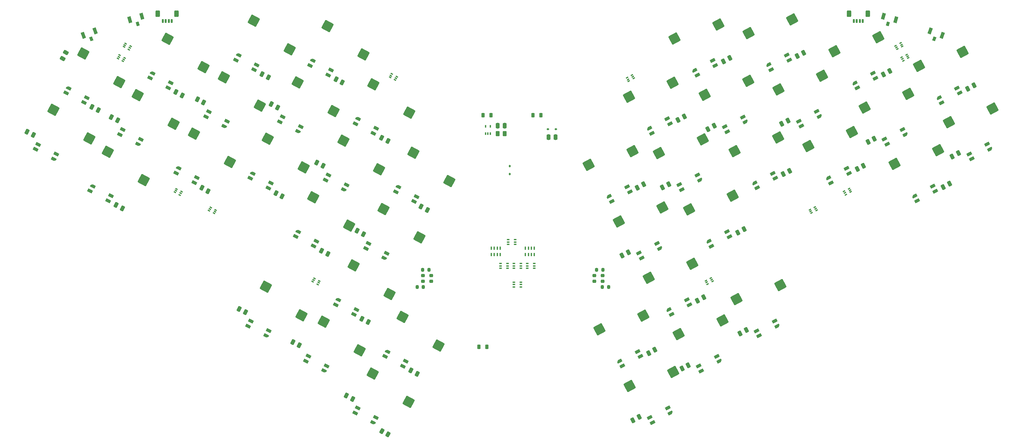
<source format=gbr>
%TF.GenerationSoftware,KiCad,Pcbnew,8.0.8*%
%TF.CreationDate,2025-01-20T00:47:42+01:00*%
%TF.ProjectId,____,e4e8e4e8-2e6b-4696-9361-645f70636258,2.0*%
%TF.SameCoordinates,Original*%
%TF.FileFunction,Paste,Bot*%
%TF.FilePolarity,Positive*%
%FSLAX46Y46*%
G04 Gerber Fmt 4.6, Leading zero omitted, Abs format (unit mm)*
G04 Created by KiCad (PCBNEW 8.0.8) date 2025-01-20 00:47:42*
%MOMM*%
%LPD*%
G01*
G04 APERTURE LIST*
G04 Aperture macros list*
%AMRoundRect*
0 Rectangle with rounded corners*
0 $1 Rounding radius*
0 $2 $3 $4 $5 $6 $7 $8 $9 X,Y pos of 4 corners*
0 Add a 4 corners polygon primitive as box body*
4,1,4,$2,$3,$4,$5,$6,$7,$8,$9,$2,$3,0*
0 Add four circle primitives for the rounded corners*
1,1,$1+$1,$2,$3*
1,1,$1+$1,$4,$5*
1,1,$1+$1,$6,$7*
1,1,$1+$1,$8,$9*
0 Add four rect primitives between the rounded corners*
20,1,$1+$1,$2,$3,$4,$5,0*
20,1,$1+$1,$4,$5,$6,$7,0*
20,1,$1+$1,$6,$7,$8,$9,0*
20,1,$1+$1,$8,$9,$2,$3,0*%
%AMRotRect*
0 Rectangle, with rotation*
0 The origin of the aperture is its center*
0 $1 length*
0 $2 width*
0 $3 Rotation angle, in degrees counterclockwise*
0 Add horizontal line*
21,1,$1,$2,0,0,$3*%
%AMFreePoly0*
4,1,18,-0.410000,0.593000,-0.403758,0.624380,-0.385983,0.650983,-0.359380,0.668758,-0.328000,0.675000,0.328000,0.675000,0.359380,0.668759,0.385983,0.650983,0.403758,0.624380,0.410000,0.593000,0.410000,-0.593000,0.403758,-0.624380,0.385983,-0.650983,0.359380,-0.668758,0.328000,-0.675000,0.000000,-0.675000,-0.409999,-0.265000,-0.410000,0.593000,-0.410000,0.593000,$1*%
G04 Aperture macros list end*
%ADD10RoundRect,0.250000X-1.374493X-0.401739X0.435550X-1.364156X1.374493X0.401739X-0.435550X1.364156X0*%
%ADD11RoundRect,0.250000X-0.435550X-1.364156X1.374493X-0.401739X0.435550X1.364156X-1.374493X0.401739X0*%
%ADD12RoundRect,0.100000X0.225000X0.100000X-0.225000X0.100000X-0.225000X-0.100000X0.225000X-0.100000X0*%
%ADD13RoundRect,0.125000X-0.125000X-0.375000X0.125000X-0.375000X0.125000X0.375000X-0.125000X0.375000X0*%
%ADD14RoundRect,0.250000X-0.350000X-0.600000X0.350000X-0.600000X0.350000X0.600000X-0.350000X0.600000X0*%
%ADD15RoundRect,0.085000X0.273886X-0.049359X-0.194076X0.199461X-0.273886X0.049359X0.194076X-0.199461X0*%
%ADD16RoundRect,0.250000X-0.443736X-0.302032X-0.002262X-0.536768X0.443736X0.302032X0.002262X0.536768X0*%
%ADD17RoundRect,0.250000X0.002262X-0.536768X0.443736X-0.302032X-0.002262X0.536768X-0.443736X0.302032X0*%
%ADD18RoundRect,0.082000X0.369601X-0.568003X0.677575X0.011210X-0.369601X0.568003X-0.677575X-0.011210X0*%
%ADD19FreePoly0,62.000000*%
%ADD20RoundRect,0.082000X-0.677575X0.011210X-0.369601X-0.568003X0.677575X-0.011210X0.369601X0.568003X0*%
%ADD21FreePoly0,298.000000*%
%ADD22RoundRect,0.082000X-0.369601X0.568003X-0.677575X-0.011210X0.369601X-0.568003X0.677575X0.011210X0*%
%ADD23FreePoly0,242.000000*%
%ADD24RotRect,0.900000X1.700000X160.000000*%
%ADD25RotRect,0.800000X1.100000X160.000000*%
%ADD26RoundRect,0.250000X0.443736X0.302032X0.002262X0.536768X-0.443736X-0.302032X-0.002262X-0.536768X0*%
%ADD27RoundRect,0.200000X-0.200000X-0.275000X0.200000X-0.275000X0.200000X0.275000X-0.200000X0.275000X0*%
%ADD28RoundRect,0.082000X0.677575X-0.011210X0.369601X0.568003X-0.677575X0.011210X-0.369601X-0.568003X0*%
%ADD29FreePoly0,118.000000*%
%ADD30RoundRect,0.085000X0.194076X0.199461X-0.273886X-0.049359X-0.194076X-0.199461X0.273886X0.049359X0*%
%ADD31RoundRect,0.218750X-0.218750X-0.381250X0.218750X-0.381250X0.218750X0.381250X-0.218750X0.381250X0*%
%ADD32RoundRect,0.250000X-0.002262X0.536768X-0.443736X0.302032X0.002262X-0.536768X0.443736X-0.302032X0*%
%ADD33RoundRect,0.250000X0.250000X0.475000X-0.250000X0.475000X-0.250000X-0.475000X0.250000X-0.475000X0*%
%ADD34RoundRect,0.250000X0.274090X-0.443036X0.520563X0.020512X-0.274090X0.443036X-0.520563X-0.020512X0*%
%ADD35RoundRect,0.100000X0.100000X-0.350000X0.100000X0.350000X-0.100000X0.350000X-0.100000X-0.350000X0*%
%ADD36RoundRect,0.112500X0.187500X0.112500X-0.187500X0.112500X-0.187500X-0.112500X0.187500X-0.112500X0*%
%ADD37RoundRect,0.225000X0.250000X-0.225000X0.250000X0.225000X-0.250000X0.225000X-0.250000X-0.225000X0*%
%ADD38RotRect,0.900000X1.700000X200.000000*%
%ADD39RotRect,0.800000X1.100000X200.000000*%
%ADD40RoundRect,0.112500X-0.112500X0.187500X-0.112500X-0.187500X0.112500X-0.187500X0.112500X0.187500X0*%
%ADD41RoundRect,0.225000X-0.250000X0.225000X-0.250000X-0.225000X0.250000X-0.225000X0.250000X0.225000X0*%
%ADD42RoundRect,0.200000X0.200000X0.275000X-0.200000X0.275000X-0.200000X-0.275000X0.200000X-0.275000X0*%
%ADD43RoundRect,0.218750X0.218750X0.381250X-0.218750X0.381250X-0.218750X-0.381250X0.218750X-0.381250X0*%
%ADD44RoundRect,0.100000X0.100000X-0.225000X0.100000X0.225000X-0.100000X0.225000X-0.100000X-0.225000X0*%
%ADD45RotRect,0.900000X1.700000X164.000000*%
%ADD46RotRect,0.800000X1.100000X164.000000*%
%ADD47RoundRect,0.250000X-0.443036X-0.274090X0.020512X-0.520563X0.443036X0.274090X-0.020512X0.520563X0*%
%ADD48RotRect,0.900000X1.700000X196.000000*%
%ADD49RotRect,0.800000X1.100000X196.000000*%
%ADD50RoundRect,0.250000X0.262500X0.450000X-0.262500X0.450000X-0.262500X-0.450000X0.262500X-0.450000X0*%
G04 APERTURE END LIST*
D10*
%TO.C,SW18*%
X107627134Y-107147037D03*
X117189667Y-114723180D03*
%TD*%
%TO.C,SW16*%
X115607908Y-92137009D03*
X125170441Y-99713152D03*
%TD*%
D11*
%TO.C,SW33*%
X193096672Y-46736347D03*
X204724881Y-43045173D03*
%TD*%
%TO.C,SW24*%
X173116108Y-124181381D03*
X184744317Y-120490207D03*
%TD*%
D10*
%TO.C,SW12*%
X96898024Y-88984206D03*
X106460557Y-96560349D03*
%TD*%
D11*
%TO.C,SW36*%
X228707531Y-75369657D03*
X240335740Y-71678483D03*
%TD*%
D10*
%TO.C,SW10*%
X100722774Y-43449919D03*
X110285307Y-51026062D03*
%TD*%
%TO.C,SW11*%
X84760741Y-73470136D03*
X94323274Y-81046279D03*
%TD*%
%TO.C,SW19*%
X120703361Y-120895213D03*
X130265894Y-128471356D03*
%TD*%
D11*
%TO.C,SW29*%
X180959386Y-62250414D03*
X192587595Y-58559240D03*
%TD*%
D10*
%TO.C,SW5*%
X42176781Y-76876954D03*
X51739314Y-84453097D03*
%TD*%
%TO.C,SW17*%
X84222530Y-112823709D03*
X93785063Y-120399852D03*
%TD*%
%TO.C,SW2*%
X35673156Y-50767512D03*
X45235689Y-58343655D03*
%TD*%
D11*
%TO.C,SW41*%
X258146289Y-54053945D03*
X269774498Y-50362771D03*
%TD*%
D10*
%TO.C,SW13*%
X104879039Y-73974094D03*
X114441572Y-81550237D03*
%TD*%
D11*
%TO.C,SW42*%
X266127306Y-69064054D03*
X277755515Y-65372880D03*
%TD*%
%TO.C,SW39*%
X212745500Y-45349440D03*
X224373709Y-41658266D03*
%TD*%
D10*
%TO.C,SW9*%
X92741757Y-58460027D03*
X102304290Y-66036170D03*
%TD*%
D11*
%TO.C,SW25*%
X186192334Y-110433208D03*
X197820543Y-106742034D03*
%TD*%
%TO.C,SW38*%
X251642663Y-80163384D03*
X263270872Y-76472210D03*
%TD*%
%TO.C,SW22*%
X181097121Y-139191490D03*
X192725330Y-135500316D03*
%TD*%
D10*
%TO.C,SW15*%
X123588926Y-77126897D03*
X133151459Y-84703040D03*
%TD*%
D11*
%TO.C,SW34*%
X201077688Y-61746456D03*
X212705897Y-58055282D03*
%TD*%
%TO.C,SW28*%
X170230517Y-80413328D03*
X181858726Y-76722154D03*
%TD*%
D10*
%TO.C,SW8*%
X73092926Y-57073120D03*
X82655459Y-64649263D03*
%TD*%
%TO.C,SW21*%
X112722343Y-135905317D03*
X122284876Y-143481460D03*
%TD*%
D11*
%TO.C,SW26*%
X209596935Y-116109881D03*
X221225144Y-112418707D03*
%TD*%
%TO.C,SW31*%
X196921420Y-92270633D03*
X208549629Y-88579459D03*
%TD*%
%TO.C,SW35*%
X220726517Y-60359550D03*
X232354726Y-56668376D03*
%TD*%
D10*
%TO.C,SW6*%
X50157796Y-61866845D03*
X59720329Y-69442988D03*
%TD*%
%TO.C,SW14*%
X112860055Y-58963987D03*
X122422588Y-66540130D03*
%TD*%
D11*
%TO.C,SW37*%
X243661646Y-65153275D03*
X255289855Y-61462101D03*
%TD*%
D10*
%TO.C,SW1*%
X27692139Y-65777622D03*
X37254672Y-73353765D03*
%TD*%
%TO.C,SW4*%
X81073945Y-42063011D03*
X90636478Y-49639154D03*
%TD*%
D11*
%TO.C,SW40*%
X235680630Y-50143165D03*
X247308839Y-46451991D03*
%TD*%
D10*
%TO.C,SW20*%
X99646117Y-122157146D03*
X109208650Y-129733289D03*
%TD*%
D11*
%TO.C,SW32*%
X209058703Y-76756563D03*
X220686912Y-73065389D03*
%TD*%
D10*
%TO.C,SW7*%
X65111912Y-72083229D03*
X74674445Y-79659372D03*
%TD*%
%TO.C,SW3*%
X58138814Y-46856736D03*
X67701347Y-54432879D03*
%TD*%
D11*
%TO.C,SW23*%
X194173351Y-125443314D03*
X205801560Y-121752140D03*
%TD*%
%TO.C,SW27*%
X178211534Y-95423438D03*
X189839743Y-91732264D03*
%TD*%
%TO.C,SW30*%
X188940404Y-77260525D03*
X200568613Y-73569351D03*
%TD*%
D12*
%TO.C,D45*%
X150650000Y-100290000D03*
X150650000Y-100940000D03*
X150650000Y-101590000D03*
X148750000Y-101590000D03*
X148750000Y-100940000D03*
X148750000Y-100290000D03*
%TD*%
D13*
%TO.C,J4*%
X240800000Y-42150000D03*
X241600000Y-42150000D03*
X242400000Y-42150000D03*
X243200000Y-42150000D03*
D14*
X239500000Y-40200000D03*
X244500000Y-40200000D03*
%TD*%
D15*
%TO.C,U7*%
X48256946Y-48810630D03*
X48022211Y-49252104D03*
X47787475Y-49693577D03*
X46463054Y-48989370D03*
X46697789Y-48547896D03*
X46932525Y-48106423D03*
%TD*%
D16*
%TO.C,C3*%
X109811200Y-121354002D03*
X111488800Y-122245998D03*
%TD*%
D17*
%TO.C,C31*%
X183191200Y-86465998D03*
X184868800Y-85574002D03*
%TD*%
D18*
%TO.C,D24*%
X69086072Y-66238478D03*
X68381865Y-67562900D03*
X73898135Y-68797100D03*
D19*
X73193928Y-70121522D03*
%TD*%
D20*
%TO.C,D11*%
X203934207Y-53964422D03*
X203230000Y-52640000D03*
X199122142Y-56523042D03*
D21*
X198417935Y-55198620D03*
%TD*%
D16*
%TO.C,C38*%
X37951200Y-64954002D03*
X39628800Y-65845998D03*
%TD*%
D22*
%TO.C,D7*%
X112913929Y-72011521D03*
X113618136Y-70687099D03*
X108101864Y-69452901D03*
D23*
X108806071Y-68128479D03*
%TD*%
D16*
%TO.C,C8*%
X115071200Y-73154002D03*
X116748800Y-74045998D03*
%TD*%
D24*
%TO.C,SW48*%
X264366797Y-45897321D03*
X261171839Y-44734454D03*
D25*
X262208404Y-46856984D03*
%TD*%
D22*
%TO.C,D31*%
X107703929Y-120191521D03*
X108408136Y-118867099D03*
X102891864Y-117632901D03*
D23*
X103596071Y-116308479D03*
%TD*%
D26*
%TO.C,C4*%
X93138800Y-128395998D03*
X91461200Y-127504002D03*
%TD*%
D15*
%TO.C,U1*%
X61824421Y-87504207D03*
X61589686Y-87945681D03*
X61354950Y-88387154D03*
X60030529Y-87682947D03*
X60265264Y-87241473D03*
X60500000Y-86800000D03*
%TD*%
D27*
%TO.C,R2*%
X126025000Y-108320000D03*
X127675000Y-108320000D03*
%TD*%
D12*
%TO.C,D47*%
X152180000Y-111610000D03*
X152180000Y-112260000D03*
X152180000Y-112910000D03*
X150280000Y-112910000D03*
X150280000Y-112260000D03*
X150280000Y-111610000D03*
%TD*%
D28*
%TO.C,D19*%
X194300001Y-85660000D03*
X195004208Y-86984422D03*
X199112064Y-83101378D03*
D29*
X199816271Y-84425800D03*
%TD*%
D26*
%TO.C,C42*%
X22337600Y-72441996D03*
X20660000Y-71550000D03*
%TD*%
D22*
%TO.C,D3*%
X35873929Y-63821521D03*
X36578136Y-62497099D03*
X31061864Y-61262901D03*
D23*
X31766071Y-59938479D03*
%TD*%
D28*
%TO.C,D20*%
X183611865Y-103847100D03*
X184316072Y-105171522D03*
X188423928Y-101288478D03*
D29*
X189128135Y-102612900D03*
%TD*%
D20*
%TO.C,D38*%
X262492065Y-87411380D03*
X261787858Y-86086958D03*
X257680000Y-89970000D03*
D21*
X256975793Y-88645578D03*
%TD*%
D30*
%TO.C,U12*%
X239530529Y-86717053D03*
X239765265Y-87158526D03*
X240000000Y-87600000D03*
X238675579Y-88304207D03*
X238440843Y-87862734D03*
X238206108Y-87421260D03*
%TD*%
D31*
%TO.C,FB3*%
X140977500Y-128820000D03*
X143102500Y-128820000D03*
%TD*%
D30*
%TO.C,U2*%
X202730529Y-110517053D03*
X202965265Y-110958526D03*
X203200000Y-111400000D03*
X201875579Y-112104207D03*
X201640843Y-111662734D03*
X201406108Y-111221260D03*
%TD*%
D32*
%TO.C,C33*%
X212168800Y-124344002D03*
X210491200Y-125235998D03*
%TD*%
D17*
%TO.C,C41*%
X264641200Y-86305998D03*
X266318800Y-85414002D03*
%TD*%
D30*
%TO.C,U4*%
X181754950Y-56512846D03*
X181989686Y-56954319D03*
X182224421Y-57395793D03*
X180900000Y-58100000D03*
X180665264Y-57658527D03*
X180430529Y-57217053D03*
%TD*%
D20*
%TO.C,D34*%
X197078136Y-117642901D03*
X196373929Y-116318479D03*
X192266071Y-120201521D03*
D21*
X191561864Y-118877099D03*
%TD*%
D26*
%TO.C,C5*%
X78818800Y-119595998D03*
X77141200Y-118704002D03*
%TD*%
D16*
%TO.C,C43*%
X122891200Y-135114002D03*
X124568800Y-136005998D03*
%TD*%
D26*
%TO.C,C18*%
X44778800Y-68565998D03*
X43101200Y-67674002D03*
%TD*%
D27*
%TO.C,R3*%
X124525000Y-112880000D03*
X126175000Y-112880000D03*
%TD*%
D16*
%TO.C,C6*%
X125570000Y-91480000D03*
X127247600Y-92371996D03*
%TD*%
D20*
%TO.C,D33*%
X183958136Y-131372901D03*
X183253929Y-130048479D03*
X179146071Y-133931521D03*
D21*
X178441864Y-132607099D03*
%TD*%
D33*
%TO.C,C1*%
X161400000Y-73040000D03*
X159500000Y-73040000D03*
%TD*%
D26*
%TO.C,C7*%
X110238800Y-98825998D03*
X108561200Y-97934002D03*
%TD*%
D32*
%TO.C,C23*%
X223308800Y-68574002D03*
X221631200Y-69465998D03*
%TD*%
D12*
%TO.C,D46*%
X152180000Y-106630000D03*
X152180000Y-107280000D03*
X152180000Y-107930000D03*
X150280000Y-107930000D03*
X150280000Y-107280000D03*
X150280000Y-106630000D03*
%TD*%
D17*
%TO.C,C20*%
X248691200Y-56305998D03*
X250368800Y-55414002D03*
%TD*%
D34*
%TO.C,R1*%
X30191607Y-52075690D03*
X31048393Y-50464310D03*
%TD*%
D35*
%TO.C,RN2*%
X155760000Y-104250000D03*
X154960000Y-104250000D03*
X154160000Y-104250000D03*
X153360000Y-104250000D03*
X153360000Y-102550000D03*
X154160000Y-102550000D03*
X154960000Y-102550000D03*
X155760000Y-102550000D03*
%TD*%
D16*
%TO.C,C16*%
X67211200Y-86484002D03*
X68888800Y-87375998D03*
%TD*%
D22*
%TO.C,D27*%
X42283929Y-89911521D03*
X42988136Y-88587099D03*
X37471864Y-87352901D03*
D23*
X38176071Y-86028479D03*
%TD*%
D36*
%TO.C,D48*%
X161452013Y-70912437D03*
X159352013Y-70912437D03*
%TD*%
D37*
%TO.C,C44*%
X126100000Y-111375000D03*
X126100000Y-109825000D03*
%TD*%
D17*
%TO.C,C25*%
X206071200Y-52835998D03*
X207748800Y-51944002D03*
%TD*%
D28*
%TO.C,D40*%
X199481864Y-133887099D03*
X200186071Y-135211521D03*
X204293929Y-131328479D03*
D29*
X204998136Y-132652901D03*
%TD*%
D32*
%TO.C,C26*%
X203638800Y-69994002D03*
X201961200Y-70885998D03*
%TD*%
D26*
%TO.C,C15*%
X67708800Y-63805998D03*
X66031200Y-62914002D03*
%TD*%
D20*
%TO.C,D35*%
X207718136Y-99512901D03*
X207013929Y-98188479D03*
X202906071Y-102071521D03*
D21*
X202201864Y-100747099D03*
%TD*%
D38*
%TO.C,SW45*%
X38828687Y-44734101D03*
X35633732Y-45896971D03*
D39*
X37792123Y-46856632D03*
%TD*%
D40*
%TO.C,D49*%
X149210000Y-80730000D03*
X149210000Y-82830000D03*
%TD*%
D17*
%TO.C,C30*%
X209931200Y-98415998D03*
X211608800Y-97524002D03*
%TD*%
D16*
%TO.C,C11*%
X102931200Y-57604002D03*
X104608800Y-58495998D03*
%TD*%
D35*
%TO.C,RN1*%
X146670000Y-104250000D03*
X145870000Y-104250000D03*
X145070000Y-104250000D03*
X144270000Y-104250000D03*
X144270000Y-102550000D03*
X145070000Y-102550000D03*
X145870000Y-102550000D03*
X146670000Y-102550000D03*
%TD*%
D32*
%TO.C,C35*%
X196728800Y-133684002D03*
X195051200Y-134575998D03*
%TD*%
D16*
%TO.C,C13*%
X86931200Y-87884002D03*
X88608800Y-88775998D03*
%TD*%
D41*
%TO.C,C45*%
X128260000Y-109825000D03*
X128260000Y-111375000D03*
%TD*%
D42*
%TO.C,R5*%
X173975000Y-108320000D03*
X172325000Y-108320000D03*
%TD*%
D17*
%TO.C,C22*%
X225721200Y-51455998D03*
X227398800Y-50564002D03*
%TD*%
D18*
%TO.C,D42*%
X108726071Y-145058479D03*
X108021864Y-146382901D03*
X113538136Y-147617099D03*
D19*
X112833929Y-148941521D03*
%TD*%
D17*
%TO.C,C24*%
X241701200Y-81495998D03*
X243378800Y-80604002D03*
%TD*%
D32*
%TO.C,C32*%
X180768800Y-103644002D03*
X179091200Y-104535998D03*
%TD*%
D43*
%TO.C,FB1*%
X157532500Y-67210000D03*
X155407500Y-67210000D03*
%TD*%
D18*
%TO.C,D44*%
X80250000Y-121970000D03*
X79545793Y-123294422D03*
X85062065Y-124528620D03*
D19*
X84357858Y-125853042D03*
%TD*%
D18*
%TO.C,D22*%
X100924207Y-83125579D03*
X100220001Y-84450000D03*
X105736271Y-85684200D03*
D19*
X105032065Y-87008621D03*
%TD*%
D44*
%TO.C,U13*%
X144042500Y-72080000D03*
X143392500Y-72080000D03*
X142742500Y-72080000D03*
X142742500Y-70180000D03*
X144042500Y-70180000D03*
%TD*%
D45*
%TO.C,SW47*%
X251985294Y-41749565D03*
X248717004Y-40812397D03*
D46*
X249899102Y-42857450D03*
%TD*%
D20*
%TO.C,D9*%
X181170000Y-87550000D03*
X180465793Y-86225578D03*
X176357935Y-90108620D03*
D21*
X175653728Y-88784198D03*
%TD*%
D12*
%TO.C,D1*%
X148640000Y-106630000D03*
X148640000Y-107280000D03*
X148640000Y-107930000D03*
X146740000Y-107930000D03*
X146740000Y-107280000D03*
X146740000Y-106630000D03*
%TD*%
D17*
%TO.C,C28*%
X193981200Y-68405998D03*
X195658800Y-67514002D03*
%TD*%
D28*
%TO.C,D17*%
X226123729Y-68754200D03*
X226827936Y-70078622D03*
X230935792Y-66195578D03*
D29*
X231639999Y-67520000D03*
%TD*%
D18*
%TO.C,D43*%
X95646071Y-131308479D03*
X94941864Y-132632901D03*
X100458136Y-133867099D03*
D19*
X99753929Y-135191521D03*
%TD*%
D20*
%TO.C,D36*%
X219902065Y-83961380D03*
X219197858Y-82636958D03*
X215090000Y-86520000D03*
D21*
X214385793Y-85195578D03*
%TD*%
D20*
%TO.C,D14*%
X268980000Y-61280000D03*
X268275793Y-59955578D03*
X264167935Y-63838620D03*
D21*
X263463728Y-62514198D03*
%TD*%
D15*
%TO.C,U5*%
X46669471Y-51917053D03*
X46434736Y-52358527D03*
X46200000Y-52800000D03*
X44875579Y-52095793D03*
X45110314Y-51654319D03*
X45345050Y-51212846D03*
%TD*%
D42*
%TO.C,R4*%
X175515000Y-112910000D03*
X173865000Y-112910000D03*
%TD*%
D22*
%TO.C,D5*%
X81143929Y-55091521D03*
X81848136Y-53767099D03*
X76331864Y-52532901D03*
D23*
X77036071Y-51208479D03*
%TD*%
D47*
%TO.C,R6*%
X115194310Y-151271607D03*
X116805690Y-152128393D03*
%TD*%
D22*
%TO.C,D29*%
X84913929Y-86531521D03*
X85618136Y-85207099D03*
X80101864Y-83972901D03*
D23*
X80806071Y-82648479D03*
%TD*%
D22*
%TO.C,D30*%
X96993929Y-102011521D03*
X97698136Y-100687099D03*
X92181864Y-99452901D03*
D23*
X92886071Y-98128479D03*
%TD*%
D18*
%TO.C,D25*%
X46136072Y-71018478D03*
X45431865Y-72342900D03*
X50948135Y-73577100D03*
D19*
X50243928Y-74901522D03*
%TD*%
D48*
%TO.C,SW46*%
X51283523Y-40812045D03*
X48015233Y-41749212D03*
D49*
X50101425Y-42857097D03*
%TD*%
D16*
%TO.C,C10*%
X99071200Y-103224002D03*
X100748800Y-104115998D03*
%TD*%
D50*
%TO.C,R7*%
X147842500Y-72080000D03*
X146017500Y-72080000D03*
%TD*%
D30*
%TO.C,U8*%
X254855264Y-51078527D03*
X255090000Y-51520000D03*
X255324735Y-51961474D03*
X254000314Y-52665681D03*
X253765578Y-52224208D03*
X253530843Y-51782734D03*
%TD*%
D31*
%TO.C,FB2*%
X142065000Y-67210000D03*
X144190000Y-67210000D03*
%TD*%
D32*
%TO.C,C29*%
X191518800Y-85514002D03*
X189841200Y-86405998D03*
%TD*%
D18*
%TO.C,D23*%
X88726072Y-67628478D03*
X88021865Y-68952900D03*
X93538135Y-70187100D03*
D19*
X92833928Y-71511522D03*
%TD*%
D28*
%TO.C,D18*%
X206431865Y-70217100D03*
X207136072Y-71541522D03*
X211243928Y-67658478D03*
D29*
X211948135Y-68982900D03*
%TD*%
D15*
%TO.C,U9*%
X119124421Y-56904207D03*
X118889686Y-57345681D03*
X118654950Y-57787154D03*
X117330529Y-57082947D03*
X117565264Y-56641473D03*
X117800000Y-56200000D03*
%TD*%
D17*
%TO.C,C36*%
X186161200Y-130485998D03*
X187838800Y-129594002D03*
%TD*%
D13*
%TO.C,J3*%
X56800000Y-42150000D03*
X57600000Y-42150000D03*
X58400000Y-42150000D03*
X59200000Y-42150000D03*
D14*
X55500000Y-40200000D03*
X60500000Y-40200000D03*
%TD*%
D15*
%TO.C,U3*%
X70924421Y-92404207D03*
X70689686Y-92845681D03*
X70454950Y-93287154D03*
X69130529Y-92582947D03*
X69365264Y-92141473D03*
X69600000Y-91700000D03*
%TD*%
D18*
%TO.C,D21*%
X111646071Y-101338479D03*
X110941865Y-102662900D03*
X116458135Y-103897100D03*
D19*
X115753929Y-105221521D03*
%TD*%
D26*
%TO.C,C9*%
X99508800Y-80675998D03*
X97831200Y-79784002D03*
%TD*%
D22*
%TO.C,D8*%
X123693929Y-90151521D03*
X124398136Y-88827099D03*
X118881864Y-87592901D03*
D23*
X119586071Y-86268479D03*
%TD*%
D18*
%TO.C,D26*%
X23676072Y-74938478D03*
X22971865Y-76262900D03*
X28488135Y-77497100D03*
D19*
X27783928Y-78821522D03*
%TD*%
D20*
%TO.C,D37*%
X239528136Y-82632901D03*
X238823929Y-81308479D03*
X234716071Y-85191521D03*
D21*
X234011864Y-83867099D03*
%TD*%
D37*
%TO.C,C47*%
X173910000Y-111385000D03*
X173910000Y-109835000D03*
%TD*%
D17*
%TO.C,C27*%
X222011200Y-82845998D03*
X223688800Y-81954002D03*
%TD*%
D22*
%TO.C,D6*%
X100883929Y-56511521D03*
X101588136Y-55187099D03*
X96071864Y-53952901D03*
D23*
X96776071Y-52628479D03*
%TD*%
D22*
%TO.C,D4*%
X58243929Y-59861521D03*
X58948136Y-58537099D03*
X53431864Y-57302901D03*
D23*
X54136071Y-55978479D03*
%TD*%
D16*
%TO.C,C39*%
X44371200Y-91094002D03*
X46048800Y-91985998D03*
%TD*%
D20*
%TO.C,D10*%
X191848136Y-69432901D03*
X191143929Y-68108479D03*
X187036071Y-71991521D03*
D21*
X186331864Y-70667099D03*
%TD*%
D28*
%TO.C,D15*%
X271511865Y-77477100D03*
X272216072Y-78801522D03*
X276323928Y-74918478D03*
D29*
X277028135Y-76242900D03*
%TD*%
D28*
%TO.C,D16*%
X248980001Y-73560000D03*
X249684208Y-74884422D03*
X253792064Y-71001378D03*
D29*
X254496271Y-72325800D03*
%TD*%
D30*
%TO.C,U6*%
X253235264Y-47998527D03*
X253470000Y-48440000D03*
X253704735Y-48881474D03*
X252380314Y-49585681D03*
X252145578Y-49144208D03*
X251910843Y-48702734D03*
%TD*%
D32*
%TO.C,C21*%
X246258800Y-73414002D03*
X244581200Y-74305998D03*
%TD*%
D22*
%TO.C,D28*%
X65193929Y-85121521D03*
X65898136Y-83797099D03*
X60381864Y-82562901D03*
D23*
X61086071Y-81238479D03*
%TD*%
D26*
%TO.C,C12*%
X87388800Y-65135998D03*
X85711200Y-64244002D03*
%TD*%
D32*
%TO.C,C40*%
X268668800Y-77254002D03*
X266991200Y-78145998D03*
%TD*%
D12*
%TO.C,D2*%
X155720000Y-106630000D03*
X155720000Y-107280000D03*
X155720000Y-107930000D03*
X153820000Y-107930000D03*
X153820000Y-107280000D03*
X153820000Y-106630000D03*
%TD*%
D20*
%TO.C,D13*%
X246594207Y-57364422D03*
X245890000Y-56040000D03*
X241782142Y-59923042D03*
D21*
X241077935Y-58598620D03*
%TD*%
D41*
%TO.C,C46*%
X171730000Y-109825000D03*
X171730000Y-111375000D03*
%TD*%
D33*
%TO.C,C48*%
X147860000Y-70010000D03*
X145960000Y-70010000D03*
%TD*%
D22*
%TO.C,D32*%
X120793929Y-133941521D03*
X121498136Y-132617099D03*
X115981864Y-131382901D03*
D23*
X116686071Y-130058479D03*
%TD*%
D32*
%TO.C,C37*%
X183668800Y-147444002D03*
X181991200Y-148335998D03*
%TD*%
D28*
%TO.C,D41*%
X186481864Y-147617099D03*
X187186071Y-148941521D03*
X191293929Y-145058479D03*
D29*
X191998136Y-146382901D03*
%TD*%
D30*
%TO.C,U10*%
X230427475Y-91606423D03*
X230662211Y-92047896D03*
X230896946Y-92489370D03*
X229572525Y-93193577D03*
X229337789Y-92752104D03*
X229103054Y-92310630D03*
%TD*%
D26*
%TO.C,C2*%
X107378800Y-142665998D03*
X105701200Y-141774002D03*
%TD*%
D17*
%TO.C,C34*%
X199161200Y-116535998D03*
X200838800Y-115644002D03*
%TD*%
%TO.C,C19*%
X271121200Y-60135998D03*
X272798800Y-59244002D03*
%TD*%
D16*
%TO.C,C14*%
X83252400Y-56248004D03*
X84930000Y-57140000D03*
%TD*%
%TO.C,C17*%
X60341200Y-61004002D03*
X62018800Y-61895998D03*
%TD*%
D28*
%TO.C,D39*%
X214895793Y-124555578D03*
X215600000Y-125880000D03*
X219707858Y-121996958D03*
D29*
X220412065Y-123321380D03*
%TD*%
D20*
%TO.C,D12*%
X223618136Y-52502901D03*
X222913929Y-51178479D03*
X218806071Y-55061521D03*
D21*
X218101864Y-53737099D03*
%TD*%
D15*
%TO.C,U11*%
X98524421Y-111304207D03*
X98289686Y-111745681D03*
X98054950Y-112187154D03*
X96730529Y-111482947D03*
X96965264Y-111041473D03*
X97200000Y-110600000D03*
%TD*%
M02*

</source>
